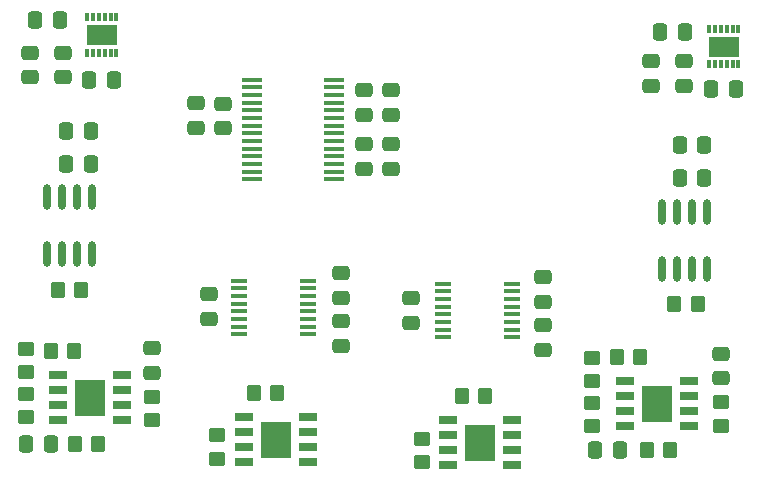
<source format=gbr>
%TF.GenerationSoftware,KiCad,Pcbnew,7.0.6-0*%
%TF.CreationDate,2024-01-17T10:18:31-05:00*%
%TF.ProjectId,channels1,6368616e-6e65-46c7-9331-2e6b69636164,rev?*%
%TF.SameCoordinates,Original*%
%TF.FileFunction,Paste,Top*%
%TF.FilePolarity,Positive*%
%FSLAX46Y46*%
G04 Gerber Fmt 4.6, Leading zero omitted, Abs format (unit mm)*
G04 Created by KiCad (PCBNEW 7.0.6-0) date 2024-01-17 10:18:31*
%MOMM*%
%LPD*%
G01*
G04 APERTURE LIST*
G04 Aperture macros list*
%AMRoundRect*
0 Rectangle with rounded corners*
0 $1 Rounding radius*
0 $2 $3 $4 $5 $6 $7 $8 $9 X,Y pos of 4 corners*
0 Add a 4 corners polygon primitive as box body*
4,1,4,$2,$3,$4,$5,$6,$7,$8,$9,$2,$3,0*
0 Add four circle primitives for the rounded corners*
1,1,$1+$1,$2,$3*
1,1,$1+$1,$4,$5*
1,1,$1+$1,$6,$7*
1,1,$1+$1,$8,$9*
0 Add four rect primitives between the rounded corners*
20,1,$1+$1,$2,$3,$4,$5,0*
20,1,$1+$1,$4,$5,$6,$7,0*
20,1,$1+$1,$6,$7,$8,$9,0*
20,1,$1+$1,$8,$9,$2,$3,0*%
G04 Aperture macros list end*
%ADD10RoundRect,0.250000X-0.450000X0.350000X-0.450000X-0.350000X0.450000X-0.350000X0.450000X0.350000X0*%
%ADD11R,0.300000X0.800000*%
%ADD12R,2.600000X1.800000*%
%ADD13RoundRect,0.250000X-0.350000X-0.450000X0.350000X-0.450000X0.350000X0.450000X-0.350000X0.450000X0*%
%ADD14RoundRect,0.250000X0.337500X0.475000X-0.337500X0.475000X-0.337500X-0.475000X0.337500X-0.475000X0*%
%ADD15RoundRect,0.250000X0.475000X-0.337500X0.475000X0.337500X-0.475000X0.337500X-0.475000X-0.337500X0*%
%ADD16RoundRect,0.250000X-0.475000X0.337500X-0.475000X-0.337500X0.475000X-0.337500X0.475000X0.337500X0*%
%ADD17R,1.705000X0.450000*%
%ADD18RoundRect,0.250000X-0.337500X-0.475000X0.337500X-0.475000X0.337500X0.475000X-0.337500X0.475000X0*%
%ADD19RoundRect,0.250000X0.450000X-0.350000X0.450000X0.350000X-0.450000X0.350000X-0.450000X-0.350000X0*%
%ADD20R,1.525000X0.650000*%
%ADD21R,2.600000X3.100000*%
%ADD22R,1.475000X0.450000*%
%ADD23O,0.599999X2.200001*%
G04 APERTURE END LIST*
D10*
%TO.C,R8*%
X162134000Y-113300000D03*
X162134000Y-115300000D03*
%TD*%
D11*
%TO.C,IC5*%
X119342000Y-87479000D03*
X119842000Y-87479000D03*
X120342000Y-87479000D03*
X120842000Y-87479000D03*
X121342000Y-87479000D03*
X121842000Y-87479000D03*
X121842000Y-84479000D03*
X121342000Y-84479000D03*
X120842000Y-84479000D03*
X120342000Y-84479000D03*
X119842000Y-84479000D03*
X119342000Y-84479000D03*
D12*
X120592000Y-85979000D03*
%TD*%
D13*
%TO.C,R14*%
X116266000Y-112776000D03*
X118266000Y-112776000D03*
%TD*%
%TO.C,R15*%
X118298000Y-120650000D03*
X120298000Y-120650000D03*
%TD*%
%TO.C,R10*%
X166722000Y-121158000D03*
X168722000Y-121158000D03*
%TD*%
D14*
%TO.C,C18*%
X121629500Y-89789000D03*
X119554500Y-89789000D03*
%TD*%
D15*
%TO.C,C19*%
X167135000Y-90294000D03*
X167135000Y-88219000D03*
%TD*%
D16*
%TO.C,C5*%
X145103000Y-95250000D03*
X145103000Y-97325000D03*
%TD*%
D17*
%TO.C,IC1*%
X133281000Y-89755000D03*
X133281000Y-90405000D03*
X133281000Y-91055000D03*
X133281000Y-91705000D03*
X133281000Y-92355000D03*
X133281000Y-93005000D03*
X133281000Y-93655000D03*
X133281000Y-94305000D03*
X133281000Y-94955000D03*
X133281000Y-95605000D03*
X133281000Y-96255000D03*
X133281000Y-96905000D03*
X133281000Y-97555000D03*
X133281000Y-98205000D03*
X140277000Y-98205000D03*
X140277000Y-97555000D03*
X140277000Y-96905000D03*
X140277000Y-96255000D03*
X140277000Y-95605000D03*
X140277000Y-94955000D03*
X140277000Y-94305000D03*
X140277000Y-93655000D03*
X140277000Y-93005000D03*
X140277000Y-92355000D03*
X140277000Y-91705000D03*
X140277000Y-91055000D03*
X140277000Y-90405000D03*
X140277000Y-89755000D03*
%TD*%
D16*
%TO.C,C8*%
X157988000Y-106490500D03*
X157988000Y-108565500D03*
%TD*%
D18*
%TO.C,C15*%
X169545000Y-98057000D03*
X171620000Y-98057000D03*
%TD*%
D13*
%TO.C,R9*%
X164182000Y-113284000D03*
X166182000Y-113284000D03*
%TD*%
D10*
%TO.C,R16*%
X124886000Y-116602000D03*
X124886000Y-118602000D03*
%TD*%
D15*
%TO.C,C12*%
X140826000Y-112274500D03*
X140826000Y-110199500D03*
%TD*%
D18*
%TO.C,C23*%
X167875500Y-85700500D03*
X169950500Y-85700500D03*
%TD*%
D16*
%TO.C,C6*%
X142817000Y-95250000D03*
X142817000Y-97325000D03*
%TD*%
D15*
%TO.C,C28*%
X124886000Y-114575500D03*
X124886000Y-112500500D03*
%TD*%
D11*
%TO.C,IC4*%
X172005000Y-88458500D03*
X172505000Y-88458500D03*
X173005000Y-88458500D03*
X173505000Y-88458500D03*
X174005000Y-88458500D03*
X174505000Y-88458500D03*
X174505000Y-85458500D03*
X174005000Y-85458500D03*
X173505000Y-85458500D03*
X173005000Y-85458500D03*
X172505000Y-85458500D03*
X172005000Y-85458500D03*
D12*
X173255000Y-86958500D03*
%TD*%
D15*
%TO.C,C7*%
X146812000Y-110343500D03*
X146812000Y-108268500D03*
%TD*%
D13*
%TO.C,R1*%
X169053000Y-108725000D03*
X171053000Y-108725000D03*
%TD*%
D15*
%TO.C,C20*%
X169929000Y-90294000D03*
X169929000Y-88219000D03*
%TD*%
%TO.C,C10*%
X129650000Y-109988500D03*
X129650000Y-107913500D03*
%TD*%
%TO.C,C9*%
X157988000Y-112629500D03*
X157988000Y-110554500D03*
%TD*%
D19*
%TO.C,R12*%
X114218000Y-118348000D03*
X114218000Y-116348000D03*
%TD*%
D15*
%TO.C,C2*%
X130841000Y-93862000D03*
X130841000Y-91787000D03*
%TD*%
D20*
%TO.C,IC7*%
X132670000Y-118364000D03*
X132670000Y-119634000D03*
X132670000Y-120904000D03*
X132670000Y-122174000D03*
X138094000Y-122174000D03*
X138094000Y-120904000D03*
X138094000Y-119634000D03*
X138094000Y-118364000D03*
D21*
X135382000Y-120269000D03*
%TD*%
D18*
%TO.C,C13*%
X169545000Y-95263000D03*
X171620000Y-95263000D03*
%TD*%
D15*
%TO.C,C22*%
X117290000Y-89556500D03*
X117290000Y-87481500D03*
%TD*%
D10*
%TO.C,R3*%
X147746000Y-120174000D03*
X147746000Y-122174000D03*
%TD*%
D14*
%TO.C,C27*%
X116271500Y-120650000D03*
X114196500Y-120650000D03*
%TD*%
D22*
%TO.C,IC2*%
X149462000Y-107031000D03*
X149462000Y-107681000D03*
X149462000Y-108331000D03*
X149462000Y-108981000D03*
X149462000Y-109631000D03*
X149462000Y-110281000D03*
X149462000Y-110931000D03*
X149462000Y-111581000D03*
X155338000Y-111581000D03*
X155338000Y-110931000D03*
X155338000Y-110281000D03*
X155338000Y-109631000D03*
X155338000Y-108981000D03*
X155338000Y-108331000D03*
X155338000Y-107681000D03*
X155338000Y-107031000D03*
%TD*%
D23*
%TO.C,U3*%
X115951000Y-104495000D03*
X117221000Y-104495000D03*
X118491000Y-104495000D03*
X119761000Y-104495000D03*
X119761000Y-99695000D03*
X118491000Y-99695000D03*
X117221000Y-99695000D03*
X115951000Y-99695000D03*
%TD*%
D18*
%TO.C,C24*%
X114982500Y-84709000D03*
X117057500Y-84709000D03*
%TD*%
D15*
%TO.C,C21*%
X114496000Y-89556500D03*
X114496000Y-87481500D03*
%TD*%
D14*
%TO.C,C17*%
X174268500Y-90526500D03*
X172193500Y-90526500D03*
%TD*%
D23*
%TO.C,U2*%
X168021000Y-105765000D03*
X169291000Y-105765000D03*
X170561000Y-105765000D03*
X171831000Y-105765000D03*
X171831000Y-100965000D03*
X170561000Y-100965000D03*
X169291000Y-100965000D03*
X168021000Y-100965000D03*
%TD*%
D10*
%TO.C,R5*%
X130384000Y-119888000D03*
X130384000Y-121888000D03*
%TD*%
D22*
%TO.C,IC3*%
X132190000Y-106777000D03*
X132190000Y-107427000D03*
X132190000Y-108077000D03*
X132190000Y-108727000D03*
X132190000Y-109377000D03*
X132190000Y-110027000D03*
X132190000Y-110677000D03*
X132190000Y-111327000D03*
X138066000Y-111327000D03*
X138066000Y-110677000D03*
X138066000Y-110027000D03*
X138066000Y-109377000D03*
X138066000Y-108727000D03*
X138066000Y-108077000D03*
X138066000Y-107427000D03*
X138066000Y-106777000D03*
%TD*%
D20*
%TO.C,IC9*%
X116922000Y-114808000D03*
X116922000Y-116078000D03*
X116922000Y-117348000D03*
X116922000Y-118618000D03*
X122346000Y-118618000D03*
X122346000Y-117348000D03*
X122346000Y-116078000D03*
X122346000Y-114808000D03*
D21*
X119634000Y-116713000D03*
%TD*%
D13*
%TO.C,R4*%
X151080000Y-116586000D03*
X153080000Y-116586000D03*
%TD*%
D14*
%TO.C,C25*%
X164441500Y-121158000D03*
X162366500Y-121158000D03*
%TD*%
D15*
%TO.C,C4*%
X145103000Y-92753000D03*
X145103000Y-90678000D03*
%TD*%
%TO.C,C26*%
X173056000Y-115062000D03*
X173056000Y-112987000D03*
%TD*%
D20*
%TO.C,IC6*%
X149942000Y-118618000D03*
X149942000Y-119888000D03*
X149942000Y-121158000D03*
X149942000Y-122428000D03*
X155366000Y-122428000D03*
X155366000Y-121158000D03*
X155366000Y-119888000D03*
X155366000Y-118618000D03*
D21*
X152654000Y-120523000D03*
%TD*%
D16*
%TO.C,C11*%
X140826000Y-106135500D03*
X140826000Y-108210500D03*
%TD*%
D13*
%TO.C,R6*%
X133448000Y-116332000D03*
X135448000Y-116332000D03*
%TD*%
D20*
%TO.C,IC8*%
X164928000Y-115316000D03*
X164928000Y-116586000D03*
X164928000Y-117856000D03*
X164928000Y-119126000D03*
X170352000Y-119126000D03*
X170352000Y-117856000D03*
X170352000Y-116586000D03*
X170352000Y-115316000D03*
D21*
X167640000Y-117221000D03*
%TD*%
D15*
%TO.C,C1*%
X128593000Y-93840500D03*
X128593000Y-91765500D03*
%TD*%
D18*
%TO.C,C16*%
X117580500Y-96901000D03*
X119655500Y-96901000D03*
%TD*%
D10*
%TO.C,R13*%
X114218000Y-112538000D03*
X114218000Y-114538000D03*
%TD*%
D13*
%TO.C,R2*%
X116872000Y-107569000D03*
X118872000Y-107569000D03*
%TD*%
D10*
%TO.C,R11*%
X173056000Y-117094000D03*
X173056000Y-119094000D03*
%TD*%
D19*
%TO.C,R7*%
X162134000Y-119110000D03*
X162134000Y-117110000D03*
%TD*%
D18*
%TO.C,C14*%
X117580500Y-94107000D03*
X119655500Y-94107000D03*
%TD*%
D15*
%TO.C,C3*%
X142817000Y-92753000D03*
X142817000Y-90678000D03*
%TD*%
M02*

</source>
